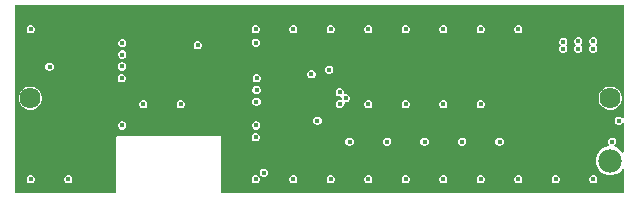
<source format=gbr>
%TF.GenerationSoftware,Altium Limited,Altium Designer,23.6.0 (18)*%
G04 Layer_Physical_Order=5*
G04 Layer_Color=16737945*
%FSLAX45Y45*%
%MOMM*%
%TF.SameCoordinates,DE65B9CC-D9CF-42CD-B8C9-10693606ABAB*%
%TF.FilePolarity,Positive*%
%TF.FileFunction,Copper,L5,Inr,Signal*%
%TF.Part,Single*%
G01*
G75*
%TA.AperFunction,ComponentPad*%
%ADD24C,1.78500*%
%ADD25C,1.98000*%
%TA.AperFunction,ViaPad*%
%ADD26C,0.45000*%
G36*
X7879009Y3056393D02*
X7866309Y3053867D01*
X7865741Y3055239D01*
X7855839Y3065141D01*
X7842902Y3070500D01*
X7828898D01*
X7815961Y3065141D01*
X7806059Y3055239D01*
X7800700Y3042302D01*
Y3028298D01*
X7806059Y3015361D01*
X7815961Y3005459D01*
X7828898Y3000100D01*
X7842902D01*
X7855839Y3005459D01*
X7865741Y3015361D01*
X7866309Y3016733D01*
X7879009Y3014207D01*
Y2768440D01*
X7866742Y2765153D01*
X7862825Y2771938D01*
X7839738Y2795025D01*
X7811462Y2811350D01*
X7799949Y2814435D01*
X7798689Y2827659D01*
X7808591Y2837561D01*
X7813950Y2850498D01*
Y2864502D01*
X7808591Y2877439D01*
X7798689Y2887341D01*
X7785752Y2892700D01*
X7771748D01*
X7758811Y2887341D01*
X7748909Y2877439D01*
X7743550Y2864502D01*
Y2850498D01*
X7748909Y2837561D01*
X7753970Y2832500D01*
X7748709Y2819800D01*
X7747275D01*
X7715738Y2811350D01*
X7687462Y2795025D01*
X7664375Y2771938D01*
X7648050Y2743662D01*
X7639600Y2712125D01*
Y2679475D01*
X7648050Y2647938D01*
X7664375Y2619662D01*
X7687462Y2596575D01*
X7715738Y2580250D01*
X7747275Y2571800D01*
X7779925D01*
X7811462Y2580250D01*
X7839738Y2596575D01*
X7862825Y2619662D01*
X7866742Y2626447D01*
X7879009Y2623160D01*
Y2420691D01*
X4465900D01*
Y2905000D01*
X3585900D01*
X3581400Y2900500D01*
Y2420691D01*
X2725491D01*
Y4018209D01*
X7879009D01*
Y3056393D01*
D02*
G37*
%LPC*%
G36*
X6992002Y3845200D02*
X6977998D01*
X6965061Y3839841D01*
X6955159Y3829939D01*
X6949800Y3817002D01*
Y3802998D01*
X6955159Y3790061D01*
X6965061Y3780159D01*
X6977998Y3774800D01*
X6992002D01*
X7004939Y3780159D01*
X7014841Y3790061D01*
X7020200Y3802998D01*
Y3817002D01*
X7014841Y3829939D01*
X7004939Y3839841D01*
X6992002Y3845200D01*
D02*
G37*
G36*
X6674502D02*
X6660498D01*
X6647561Y3839841D01*
X6637659Y3829939D01*
X6632300Y3817002D01*
Y3802998D01*
X6637659Y3790061D01*
X6647561Y3780159D01*
X6660498Y3774800D01*
X6674502D01*
X6687439Y3780159D01*
X6697341Y3790061D01*
X6702700Y3802998D01*
Y3817002D01*
X6697341Y3829939D01*
X6687439Y3839841D01*
X6674502Y3845200D01*
D02*
G37*
G36*
X6357002D02*
X6342998D01*
X6330061Y3839841D01*
X6320159Y3829939D01*
X6314800Y3817002D01*
Y3802998D01*
X6320159Y3790061D01*
X6330061Y3780159D01*
X6342998Y3774800D01*
X6357002D01*
X6369939Y3780159D01*
X6379841Y3790061D01*
X6385200Y3802998D01*
Y3817002D01*
X6379841Y3829939D01*
X6369939Y3839841D01*
X6357002Y3845200D01*
D02*
G37*
G36*
X6039502D02*
X6025498D01*
X6012561Y3839841D01*
X6002659Y3829939D01*
X5997300Y3817002D01*
Y3802998D01*
X6002659Y3790061D01*
X6012561Y3780159D01*
X6025498Y3774800D01*
X6039502D01*
X6052439Y3780159D01*
X6062341Y3790061D01*
X6067700Y3802998D01*
Y3817002D01*
X6062341Y3829939D01*
X6052439Y3839841D01*
X6039502Y3845200D01*
D02*
G37*
G36*
X5722002D02*
X5707998D01*
X5695061Y3839841D01*
X5685159Y3829939D01*
X5679800Y3817002D01*
Y3802998D01*
X5685159Y3790061D01*
X5695061Y3780159D01*
X5707998Y3774800D01*
X5722002D01*
X5734939Y3780159D01*
X5744841Y3790061D01*
X5750200Y3802998D01*
Y3817002D01*
X5744841Y3829939D01*
X5734939Y3839841D01*
X5722002Y3845200D01*
D02*
G37*
G36*
X5404502D02*
X5390498D01*
X5377561Y3839841D01*
X5367659Y3829939D01*
X5362300Y3817002D01*
Y3802998D01*
X5367659Y3790061D01*
X5377561Y3780159D01*
X5390498Y3774800D01*
X5404502D01*
X5417439Y3780159D01*
X5427341Y3790061D01*
X5432700Y3802998D01*
Y3817002D01*
X5427341Y3829939D01*
X5417439Y3839841D01*
X5404502Y3845200D01*
D02*
G37*
G36*
X5087002D02*
X5072998D01*
X5060061Y3839841D01*
X5050159Y3829939D01*
X5044800Y3817002D01*
Y3802998D01*
X5050159Y3790061D01*
X5060061Y3780159D01*
X5072998Y3774800D01*
X5087002D01*
X5099939Y3780159D01*
X5109841Y3790061D01*
X5115200Y3802998D01*
Y3817002D01*
X5109841Y3829939D01*
X5099939Y3839841D01*
X5087002Y3845200D01*
D02*
G37*
G36*
X4769502D02*
X4755498D01*
X4742561Y3839841D01*
X4732659Y3829939D01*
X4727300Y3817002D01*
Y3802998D01*
X4732659Y3790061D01*
X4742561Y3780159D01*
X4755498Y3774800D01*
X4769502D01*
X4782439Y3780159D01*
X4792341Y3790061D01*
X4797700Y3802998D01*
Y3817002D01*
X4792341Y3829939D01*
X4782439Y3839841D01*
X4769502Y3845200D01*
D02*
G37*
G36*
X2864502D02*
X2850498D01*
X2837561Y3839841D01*
X2827659Y3829939D01*
X2822300Y3817002D01*
Y3802998D01*
X2827659Y3790061D01*
X2837561Y3780159D01*
X2850498Y3774800D01*
X2864502D01*
X2877439Y3780159D01*
X2887341Y3790061D01*
X2892700Y3802998D01*
Y3817002D01*
X2887341Y3829939D01*
X2877439Y3839841D01*
X2864502Y3845200D01*
D02*
G37*
G36*
X4770202Y3730200D02*
X4756198D01*
X4743261Y3724841D01*
X4733359Y3714939D01*
X4728000Y3702002D01*
Y3687998D01*
X4733359Y3675061D01*
X4743261Y3665159D01*
X4756198Y3659800D01*
X4770202D01*
X4783139Y3665159D01*
X4793041Y3675061D01*
X4798400Y3687998D01*
Y3702002D01*
X4793041Y3714939D01*
X4783139Y3724841D01*
X4770202Y3730200D01*
D02*
G37*
G36*
X3638906Y3727902D02*
X3624902D01*
X3611965Y3722543D01*
X3602063Y3712641D01*
X3596704Y3699704D01*
Y3685700D01*
X3602063Y3672763D01*
X3611965Y3662861D01*
X3624902Y3657502D01*
X3638906D01*
X3651843Y3662861D01*
X3661745Y3672763D01*
X3667104Y3685700D01*
Y3699704D01*
X3661745Y3712641D01*
X3651843Y3722543D01*
X3638906Y3727902D01*
D02*
G37*
G36*
X4278202Y3709500D02*
X4264198D01*
X4251261Y3704141D01*
X4241359Y3694239D01*
X4236000Y3681302D01*
Y3667298D01*
X4241359Y3654361D01*
X4251261Y3644459D01*
X4264198Y3639100D01*
X4278202D01*
X4291139Y3644459D01*
X4301041Y3654361D01*
X4306400Y3667298D01*
Y3681302D01*
X4301041Y3694239D01*
X4291139Y3704141D01*
X4278202Y3709500D01*
D02*
G37*
G36*
X7627002Y3743600D02*
X7612998D01*
X7600061Y3738241D01*
X7590159Y3728339D01*
X7584800Y3715402D01*
Y3701398D01*
X7590159Y3688461D01*
X7593673Y3684947D01*
X7598866Y3676650D01*
X7593673Y3668353D01*
X7590159Y3664839D01*
X7584800Y3651902D01*
Y3637898D01*
X7590159Y3624961D01*
X7600061Y3615059D01*
X7612998Y3609700D01*
X7627002D01*
X7639939Y3615059D01*
X7649841Y3624961D01*
X7655200Y3637898D01*
Y3651902D01*
X7649841Y3664839D01*
X7646327Y3668353D01*
X7641134Y3676650D01*
X7646327Y3684947D01*
X7649841Y3688461D01*
X7655200Y3701398D01*
Y3715402D01*
X7649841Y3728339D01*
X7639939Y3738241D01*
X7627002Y3743600D01*
D02*
G37*
G36*
X7500002D02*
X7485998D01*
X7473061Y3738241D01*
X7463159Y3728339D01*
X7457800Y3715402D01*
Y3701398D01*
X7463159Y3688461D01*
X7466673Y3684947D01*
X7471866Y3676650D01*
X7466673Y3668353D01*
X7463159Y3664839D01*
X7457800Y3651902D01*
Y3637898D01*
X7463159Y3624961D01*
X7473061Y3615059D01*
X7485998Y3609700D01*
X7500002D01*
X7512939Y3615059D01*
X7522841Y3624961D01*
X7528200Y3637898D01*
Y3651902D01*
X7522841Y3664839D01*
X7519327Y3668353D01*
X7514134Y3676650D01*
X7519327Y3684947D01*
X7522841Y3688461D01*
X7528200Y3701398D01*
Y3715402D01*
X7522841Y3728339D01*
X7512939Y3738241D01*
X7500002Y3743600D01*
D02*
G37*
G36*
X7373002Y3737800D02*
X7358998D01*
X7346061Y3732441D01*
X7336159Y3722539D01*
X7330800Y3709602D01*
Y3695598D01*
X7336159Y3682661D01*
X7345070Y3673750D01*
X7336159Y3664839D01*
X7330800Y3651902D01*
Y3637898D01*
X7336159Y3624961D01*
X7346061Y3615059D01*
X7358998Y3609700D01*
X7373002D01*
X7385939Y3615059D01*
X7395841Y3624961D01*
X7401200Y3637898D01*
Y3651902D01*
X7395841Y3664839D01*
X7386930Y3673750D01*
X7395841Y3682661D01*
X7401200Y3695598D01*
Y3709602D01*
X7395841Y3722539D01*
X7385939Y3732441D01*
X7373002Y3737800D01*
D02*
G37*
G36*
X3638302Y3630200D02*
X3624298D01*
X3611361Y3624841D01*
X3601459Y3614939D01*
X3596100Y3602002D01*
Y3587998D01*
X3601459Y3575061D01*
X3611361Y3565159D01*
X3624298Y3559800D01*
X3638302D01*
X3651239Y3565159D01*
X3661141Y3575061D01*
X3666500Y3587998D01*
Y3602002D01*
X3661141Y3614939D01*
X3651239Y3624841D01*
X3638302Y3630200D01*
D02*
G37*
G36*
X3636702Y3530200D02*
X3622698D01*
X3609761Y3524841D01*
X3599859Y3514939D01*
X3594500Y3502002D01*
Y3487998D01*
X3599859Y3475061D01*
X3609761Y3465159D01*
X3622698Y3459800D01*
X3636702D01*
X3649639Y3465159D01*
X3659541Y3475061D01*
X3664900Y3487998D01*
Y3502002D01*
X3659541Y3514939D01*
X3649639Y3524841D01*
X3636702Y3530200D01*
D02*
G37*
G36*
X3023252Y3527700D02*
X3009248D01*
X2996311Y3522341D01*
X2986409Y3512439D01*
X2981050Y3499502D01*
Y3485498D01*
X2986409Y3472561D01*
X2996311Y3462659D01*
X3009248Y3457300D01*
X3023252D01*
X3036189Y3462659D01*
X3046091Y3472561D01*
X3051450Y3485498D01*
Y3499502D01*
X3046091Y3512439D01*
X3036189Y3522341D01*
X3023252Y3527700D01*
D02*
G37*
G36*
X5391802Y3502300D02*
X5377798D01*
X5364861Y3496941D01*
X5354959Y3487039D01*
X5349600Y3474102D01*
Y3460098D01*
X5354959Y3447161D01*
X5364861Y3437259D01*
X5377798Y3431900D01*
X5391802D01*
X5404739Y3437259D01*
X5414641Y3447161D01*
X5420000Y3460098D01*
Y3474102D01*
X5414641Y3487039D01*
X5404739Y3496941D01*
X5391802Y3502300D01*
D02*
G37*
G36*
X5240602Y3463000D02*
X5226598D01*
X5213661Y3457641D01*
X5203759Y3447739D01*
X5198400Y3434802D01*
Y3420798D01*
X5203759Y3407861D01*
X5213661Y3397959D01*
X5226598Y3392600D01*
X5240602D01*
X5253539Y3397959D01*
X5263441Y3407861D01*
X5268800Y3420798D01*
Y3434802D01*
X5263441Y3447739D01*
X5253539Y3457641D01*
X5240602Y3463000D01*
D02*
G37*
G36*
X4778102Y3430200D02*
X4764098D01*
X4751161Y3424841D01*
X4741259Y3414939D01*
X4735900Y3402002D01*
Y3387998D01*
X4741259Y3375061D01*
X4751161Y3365159D01*
X4764098Y3359800D01*
X4778102D01*
X4791039Y3365159D01*
X4800941Y3375061D01*
X4806300Y3387998D01*
Y3402002D01*
X4800941Y3414939D01*
X4791039Y3424841D01*
X4778102Y3430200D01*
D02*
G37*
G36*
X3635102D02*
X3621098D01*
X3608161Y3424841D01*
X3598259Y3414939D01*
X3592900Y3402002D01*
Y3387998D01*
X3598259Y3375061D01*
X3608161Y3365159D01*
X3621098Y3359800D01*
X3635102D01*
X3648039Y3365159D01*
X3657941Y3375061D01*
X3663300Y3387998D01*
Y3402002D01*
X3657941Y3414939D01*
X3648039Y3424841D01*
X3635102Y3430200D01*
D02*
G37*
G36*
X4776502Y3330200D02*
X4762498D01*
X4749561Y3324841D01*
X4739659Y3314939D01*
X4734300Y3302002D01*
Y3287998D01*
X4739659Y3275061D01*
X4749561Y3265159D01*
X4762498Y3259800D01*
X4776502D01*
X4789439Y3265159D01*
X4799341Y3275061D01*
X4804700Y3287998D01*
Y3302002D01*
X4799341Y3314939D01*
X4789439Y3324841D01*
X4776502Y3330200D01*
D02*
G37*
G36*
X4774902Y3230200D02*
X4760898D01*
X4747961Y3224841D01*
X4738059Y3214939D01*
X4732700Y3202002D01*
Y3187998D01*
X4738059Y3175061D01*
X4747961Y3165159D01*
X4760898Y3159800D01*
X4774902D01*
X4787839Y3165159D01*
X4797741Y3175061D01*
X4803100Y3187998D01*
Y3202002D01*
X4797741Y3214939D01*
X4787839Y3224841D01*
X4774902Y3230200D01*
D02*
G37*
G36*
X5479902Y3311000D02*
X5465898D01*
X5452961Y3305641D01*
X5443059Y3295739D01*
X5437700Y3282802D01*
Y3268798D01*
X5443059Y3255861D01*
X5452961Y3245959D01*
X5465898Y3240600D01*
X5478784D01*
X5482603Y3237768D01*
X5489300Y3230747D01*
Y3220853D01*
X5482603Y3213832D01*
X5478784Y3211000D01*
X5465898D01*
X5452961Y3205641D01*
X5443059Y3195739D01*
X5437700Y3182802D01*
Y3168798D01*
X5443059Y3155861D01*
X5452961Y3145959D01*
X5465898Y3140600D01*
X5479902D01*
X5492839Y3145959D01*
X5502741Y3155861D01*
X5508100Y3168798D01*
Y3180747D01*
X5514797Y3187768D01*
X5518616Y3190600D01*
X5531502D01*
X5544439Y3195959D01*
X5554341Y3205861D01*
X5559700Y3218798D01*
Y3232802D01*
X5554341Y3245739D01*
X5544439Y3255641D01*
X5531502Y3261000D01*
X5518616D01*
X5514797Y3263832D01*
X5508100Y3270853D01*
Y3282802D01*
X5502741Y3295739D01*
X5492839Y3305641D01*
X5479902Y3311000D01*
D02*
G37*
G36*
X6674502Y3210200D02*
X6660498D01*
X6647561Y3204841D01*
X6637659Y3194939D01*
X6632300Y3182002D01*
Y3167998D01*
X6637659Y3155061D01*
X6647561Y3145159D01*
X6660498Y3139800D01*
X6674502D01*
X6687439Y3145159D01*
X6697341Y3155061D01*
X6702700Y3167998D01*
Y3182002D01*
X6697341Y3194939D01*
X6687439Y3204841D01*
X6674502Y3210200D01*
D02*
G37*
G36*
X6357002D02*
X6342998D01*
X6330061Y3204841D01*
X6320159Y3194939D01*
X6314800Y3182002D01*
Y3167998D01*
X6320159Y3155061D01*
X6330061Y3145159D01*
X6342998Y3139800D01*
X6357002D01*
X6369939Y3145159D01*
X6379841Y3155061D01*
X6385200Y3167998D01*
Y3182002D01*
X6379841Y3194939D01*
X6369939Y3204841D01*
X6357002Y3210200D01*
D02*
G37*
G36*
X6039502D02*
X6025498D01*
X6012561Y3204841D01*
X6002659Y3194939D01*
X5997300Y3182002D01*
Y3167998D01*
X6002659Y3155061D01*
X6012561Y3145159D01*
X6025498Y3139800D01*
X6039502D01*
X6052439Y3145159D01*
X6062341Y3155061D01*
X6067700Y3167998D01*
Y3182002D01*
X6062341Y3194939D01*
X6052439Y3204841D01*
X6039502Y3210200D01*
D02*
G37*
G36*
X5722002D02*
X5707998D01*
X5695061Y3204841D01*
X5685159Y3194939D01*
X5679800Y3182002D01*
Y3167998D01*
X5685159Y3155061D01*
X5695061Y3145159D01*
X5707998Y3139800D01*
X5722002D01*
X5734939Y3145159D01*
X5744841Y3155061D01*
X5750200Y3167998D01*
Y3182002D01*
X5744841Y3194939D01*
X5734939Y3204841D01*
X5722002Y3210200D01*
D02*
G37*
G36*
X4134502D02*
X4120498D01*
X4107561Y3204841D01*
X4097659Y3194939D01*
X4092300Y3182002D01*
Y3167998D01*
X4097659Y3155061D01*
X4107561Y3145159D01*
X4120498Y3139800D01*
X4134502D01*
X4147439Y3145159D01*
X4157341Y3155061D01*
X4162700Y3167998D01*
Y3182002D01*
X4157341Y3194939D01*
X4147439Y3204841D01*
X4134502Y3210200D01*
D02*
G37*
G36*
X3817002D02*
X3802998D01*
X3790061Y3204841D01*
X3780159Y3194939D01*
X3774800Y3182002D01*
Y3167998D01*
X3780159Y3155061D01*
X3790061Y3145159D01*
X3802998Y3139800D01*
X3817002D01*
X3829939Y3145159D01*
X3839841Y3155061D01*
X3845200Y3167998D01*
Y3182002D01*
X3839841Y3194939D01*
X3829939Y3204841D01*
X3817002Y3210200D01*
D02*
G37*
G36*
X7776520Y3323940D02*
X7750679D01*
X7725719Y3317252D01*
X7703340Y3304331D01*
X7685068Y3286059D01*
X7672148Y3263681D01*
X7665460Y3238720D01*
Y3212880D01*
X7672148Y3187919D01*
X7685068Y3165541D01*
X7703340Y3147269D01*
X7725719Y3134348D01*
X7750679Y3127660D01*
X7776520D01*
X7801480Y3134348D01*
X7823859Y3147269D01*
X7842131Y3165541D01*
X7855052Y3187919D01*
X7861740Y3212880D01*
Y3238720D01*
X7855052Y3263681D01*
X7842131Y3286059D01*
X7823859Y3304331D01*
X7801480Y3317252D01*
X7776520Y3323940D01*
D02*
G37*
G36*
X2866521D02*
X2840680D01*
X2815720Y3317252D01*
X2793341Y3304331D01*
X2775069Y3286059D01*
X2762148Y3263681D01*
X2755460Y3238720D01*
Y3212880D01*
X2762148Y3187919D01*
X2775069Y3165541D01*
X2793341Y3147269D01*
X2815720Y3134348D01*
X2840680Y3127660D01*
X2866521D01*
X2891481Y3134348D01*
X2913860Y3147269D01*
X2932132Y3165541D01*
X2945052Y3187919D01*
X2951740Y3212880D01*
Y3238720D01*
X2945052Y3263681D01*
X2932132Y3286059D01*
X2913860Y3304331D01*
X2891481Y3317252D01*
X2866521Y3323940D01*
D02*
G37*
G36*
X5290602Y3070100D02*
X5276598D01*
X5263661Y3064741D01*
X5253759Y3054839D01*
X5248400Y3041902D01*
Y3027898D01*
X5253759Y3014961D01*
X5263661Y3005059D01*
X5276598Y2999700D01*
X5290602D01*
X5303539Y3005059D01*
X5313441Y3014961D01*
X5318800Y3027898D01*
Y3041902D01*
X5313441Y3054839D01*
X5303539Y3064741D01*
X5290602Y3070100D01*
D02*
G37*
G36*
X4771702Y3030200D02*
X4757698D01*
X4744761Y3024841D01*
X4734859Y3014939D01*
X4729500Y3002002D01*
Y2987998D01*
X4734859Y2975061D01*
X4744761Y2965159D01*
X4757698Y2959800D01*
X4771702D01*
X4784639Y2965159D01*
X4794541Y2975061D01*
X4799900Y2987998D01*
Y3002002D01*
X4794541Y3014939D01*
X4784639Y3024841D01*
X4771702Y3030200D01*
D02*
G37*
G36*
X3637002D02*
X3622998D01*
X3610061Y3024841D01*
X3600159Y3014939D01*
X3594800Y3002002D01*
Y2987998D01*
X3600159Y2975061D01*
X3610061Y2965159D01*
X3622998Y2959800D01*
X3637002D01*
X3649939Y2965159D01*
X3659841Y2975061D01*
X3665200Y2987998D01*
Y3002002D01*
X3659841Y3014939D01*
X3649939Y3024841D01*
X3637002Y3030200D01*
D02*
G37*
G36*
X4769502Y2930800D02*
X4755498D01*
X4742561Y2925441D01*
X4732659Y2915539D01*
X4727300Y2902602D01*
Y2888598D01*
X4732659Y2875661D01*
X4742561Y2865759D01*
X4755498Y2860400D01*
X4769502D01*
X4782439Y2865759D01*
X4792341Y2875661D01*
X4797700Y2888598D01*
Y2902602D01*
X4792341Y2915539D01*
X4782439Y2925441D01*
X4769502Y2930800D01*
D02*
G37*
G36*
X6833252Y2892700D02*
X6819248D01*
X6806311Y2887341D01*
X6796409Y2877439D01*
X6791050Y2864502D01*
Y2850498D01*
X6796409Y2837561D01*
X6806311Y2827659D01*
X6819248Y2822300D01*
X6833252D01*
X6846189Y2827659D01*
X6856091Y2837561D01*
X6861450Y2850498D01*
Y2864502D01*
X6856091Y2877439D01*
X6846189Y2887341D01*
X6833252Y2892700D01*
D02*
G37*
G36*
X6515752D02*
X6501748D01*
X6488811Y2887341D01*
X6478909Y2877439D01*
X6473550Y2864502D01*
Y2850498D01*
X6478909Y2837561D01*
X6488811Y2827659D01*
X6501748Y2822300D01*
X6515752D01*
X6528689Y2827659D01*
X6538591Y2837561D01*
X6543950Y2850498D01*
Y2864502D01*
X6538591Y2877439D01*
X6528689Y2887341D01*
X6515752Y2892700D01*
D02*
G37*
G36*
X6198252D02*
X6184248D01*
X6171311Y2887341D01*
X6161409Y2877439D01*
X6156050Y2864502D01*
Y2850498D01*
X6161409Y2837561D01*
X6171311Y2827659D01*
X6184248Y2822300D01*
X6198252D01*
X6211189Y2827659D01*
X6221091Y2837561D01*
X6226450Y2850498D01*
Y2864502D01*
X6221091Y2877439D01*
X6211189Y2887341D01*
X6198252Y2892700D01*
D02*
G37*
G36*
X5880752D02*
X5866748D01*
X5853811Y2887341D01*
X5843909Y2877439D01*
X5838550Y2864502D01*
Y2850498D01*
X5843909Y2837561D01*
X5853811Y2827659D01*
X5866748Y2822300D01*
X5880752D01*
X5893689Y2827659D01*
X5903591Y2837561D01*
X5908950Y2850498D01*
Y2864502D01*
X5903591Y2877439D01*
X5893689Y2887341D01*
X5880752Y2892700D01*
D02*
G37*
G36*
X5563252D02*
X5549248D01*
X5536311Y2887341D01*
X5526409Y2877439D01*
X5521050Y2864502D01*
Y2850498D01*
X5526409Y2837561D01*
X5536311Y2827659D01*
X5549248Y2822300D01*
X5563252D01*
X5576189Y2827659D01*
X5586091Y2837561D01*
X5591450Y2850498D01*
Y2864502D01*
X5586091Y2877439D01*
X5576189Y2887341D01*
X5563252Y2892700D01*
D02*
G37*
G36*
X4837202Y2630200D02*
X4823198D01*
X4810261Y2624841D01*
X4800359Y2614939D01*
X4795000Y2602002D01*
Y2587998D01*
X4800359Y2575061D01*
X4810261Y2565159D01*
X4823198Y2559800D01*
X4837202D01*
X4850139Y2565159D01*
X4860041Y2575061D01*
X4865400Y2587998D01*
Y2602002D01*
X4860041Y2614939D01*
X4850139Y2624841D01*
X4837202Y2630200D01*
D02*
G37*
G36*
X7627002Y2575200D02*
X7612998D01*
X7600061Y2569841D01*
X7590159Y2559939D01*
X7584800Y2547002D01*
Y2532998D01*
X7590159Y2520061D01*
X7600061Y2510159D01*
X7612998Y2504800D01*
X7627002D01*
X7639939Y2510159D01*
X7649841Y2520061D01*
X7655200Y2532998D01*
Y2547002D01*
X7649841Y2559939D01*
X7639939Y2569841D01*
X7627002Y2575200D01*
D02*
G37*
G36*
X7309502D02*
X7295498D01*
X7282561Y2569841D01*
X7272659Y2559939D01*
X7267300Y2547002D01*
Y2532998D01*
X7272659Y2520061D01*
X7282561Y2510159D01*
X7295498Y2504800D01*
X7309502D01*
X7322439Y2510159D01*
X7332341Y2520061D01*
X7337700Y2532998D01*
Y2547002D01*
X7332341Y2559939D01*
X7322439Y2569841D01*
X7309502Y2575200D01*
D02*
G37*
G36*
X6992002D02*
X6977998D01*
X6965061Y2569841D01*
X6955159Y2559939D01*
X6949800Y2547002D01*
Y2532998D01*
X6955159Y2520061D01*
X6965061Y2510159D01*
X6977998Y2504800D01*
X6992002D01*
X7004939Y2510159D01*
X7014841Y2520061D01*
X7020200Y2532998D01*
Y2547002D01*
X7014841Y2559939D01*
X7004939Y2569841D01*
X6992002Y2575200D01*
D02*
G37*
G36*
X6674502D02*
X6660498D01*
X6647561Y2569841D01*
X6637659Y2559939D01*
X6632300Y2547002D01*
Y2532998D01*
X6637659Y2520061D01*
X6647561Y2510159D01*
X6660498Y2504800D01*
X6674502D01*
X6687439Y2510159D01*
X6697341Y2520061D01*
X6702700Y2532998D01*
Y2547002D01*
X6697341Y2559939D01*
X6687439Y2569841D01*
X6674502Y2575200D01*
D02*
G37*
G36*
X6357002D02*
X6342998D01*
X6330061Y2569841D01*
X6320159Y2559939D01*
X6314800Y2547002D01*
Y2532998D01*
X6320159Y2520061D01*
X6330061Y2510159D01*
X6342998Y2504800D01*
X6357002D01*
X6369939Y2510159D01*
X6379841Y2520061D01*
X6385200Y2532998D01*
Y2547002D01*
X6379841Y2559939D01*
X6369939Y2569841D01*
X6357002Y2575200D01*
D02*
G37*
G36*
X6039502D02*
X6025498D01*
X6012561Y2569841D01*
X6002659Y2559939D01*
X5997300Y2547002D01*
Y2532998D01*
X6002659Y2520061D01*
X6012561Y2510159D01*
X6025498Y2504800D01*
X6039502D01*
X6052439Y2510159D01*
X6062341Y2520061D01*
X6067700Y2532998D01*
Y2547002D01*
X6062341Y2559939D01*
X6052439Y2569841D01*
X6039502Y2575200D01*
D02*
G37*
G36*
X5722002D02*
X5707998D01*
X5695061Y2569841D01*
X5685159Y2559939D01*
X5679800Y2547002D01*
Y2532998D01*
X5685159Y2520061D01*
X5695061Y2510159D01*
X5707998Y2504800D01*
X5722002D01*
X5734939Y2510159D01*
X5744841Y2520061D01*
X5750200Y2532998D01*
Y2547002D01*
X5744841Y2559939D01*
X5734939Y2569841D01*
X5722002Y2575200D01*
D02*
G37*
G36*
X5404502D02*
X5390498D01*
X5377561Y2569841D01*
X5367659Y2559939D01*
X5362300Y2547002D01*
Y2532998D01*
X5367659Y2520061D01*
X5377561Y2510159D01*
X5390498Y2504800D01*
X5404502D01*
X5417439Y2510159D01*
X5427341Y2520061D01*
X5432700Y2532998D01*
Y2547002D01*
X5427341Y2559939D01*
X5417439Y2569841D01*
X5404502Y2575200D01*
D02*
G37*
G36*
X5087002D02*
X5072998D01*
X5060061Y2569841D01*
X5050159Y2559939D01*
X5044800Y2547002D01*
Y2532998D01*
X5050159Y2520061D01*
X5060061Y2510159D01*
X5072998Y2504800D01*
X5087002D01*
X5099939Y2510159D01*
X5109841Y2520061D01*
X5115200Y2532998D01*
Y2547002D01*
X5109841Y2559939D01*
X5099939Y2569841D01*
X5087002Y2575200D01*
D02*
G37*
G36*
X4769502D02*
X4755498D01*
X4742561Y2569841D01*
X4732659Y2559939D01*
X4727300Y2547002D01*
Y2532998D01*
X4732659Y2520061D01*
X4742561Y2510159D01*
X4755498Y2504800D01*
X4769502D01*
X4782439Y2510159D01*
X4792341Y2520061D01*
X4797700Y2532998D01*
Y2547002D01*
X4792341Y2559939D01*
X4782439Y2569841D01*
X4769502Y2575200D01*
D02*
G37*
G36*
X3182002D02*
X3167998D01*
X3155061Y2569841D01*
X3145159Y2559939D01*
X3139800Y2547002D01*
Y2532998D01*
X3145159Y2520061D01*
X3155061Y2510159D01*
X3167998Y2504800D01*
X3182002D01*
X3194939Y2510159D01*
X3204841Y2520061D01*
X3210200Y2532998D01*
Y2547002D01*
X3204841Y2559939D01*
X3194939Y2569841D01*
X3182002Y2575200D01*
D02*
G37*
G36*
X2864502D02*
X2850498D01*
X2837561Y2569841D01*
X2827659Y2559939D01*
X2822300Y2547002D01*
Y2532998D01*
X2827659Y2520061D01*
X2837561Y2510159D01*
X2850498Y2504800D01*
X2864502D01*
X2877439Y2510159D01*
X2887341Y2520061D01*
X2892700Y2532998D01*
Y2547002D01*
X2887341Y2559939D01*
X2877439Y2569841D01*
X2864502Y2575200D01*
D02*
G37*
%LPD*%
D24*
X7763600Y3225800D02*
D03*
X2853600D02*
D03*
D25*
X7763600Y2695800D02*
D03*
D26*
X7778750Y2857500D02*
D03*
X7620000Y2540000D02*
D03*
X7302500D02*
D03*
X6985000Y3810000D02*
D03*
Y2540000D02*
D03*
X6667500Y3810000D02*
D03*
Y3175000D02*
D03*
X6826250Y2857500D02*
D03*
X6667500Y2540000D02*
D03*
X6350000Y3810000D02*
D03*
Y3175000D02*
D03*
X6508750Y2857500D02*
D03*
X6350000Y2540000D02*
D03*
X6032500Y3810000D02*
D03*
Y3175000D02*
D03*
X6191250Y2857500D02*
D03*
X6032500Y2540000D02*
D03*
X5715000Y3810000D02*
D03*
Y3175000D02*
D03*
X5873750Y2857500D02*
D03*
X5715000Y2540000D02*
D03*
X5397500Y3810000D02*
D03*
X5556250Y2857500D02*
D03*
X5397500Y2540000D02*
D03*
X5080000Y3810000D02*
D03*
Y2540000D02*
D03*
X4762500Y3810000D02*
D03*
Y2540000D02*
D03*
X4127500Y3175000D02*
D03*
X3810000D02*
D03*
X3175000Y2540000D02*
D03*
X2857500Y3810000D02*
D03*
X3016250Y3492500D02*
D03*
X2857500Y2540000D02*
D03*
X7162800Y3048000D02*
D03*
X7100556Y3048907D02*
D03*
X7035800Y3048000D02*
D03*
X7188200Y3098800D02*
D03*
X7124700D02*
D03*
X7061200D02*
D03*
X6997700D02*
D03*
X4546600Y3911600D02*
D03*
X5054600Y3352800D02*
D03*
X5308600Y2946400D02*
D03*
X5283600Y3034900D02*
D03*
X7835900Y3035300D02*
D03*
X4830200Y2595000D02*
D03*
X7620000Y3644900D02*
D03*
Y3708400D02*
D03*
X3630000Y2995000D02*
D03*
X5384800Y3467100D02*
D03*
X7366000Y3644900D02*
D03*
X5472900Y3275800D02*
D03*
Y3175800D02*
D03*
X4762500Y2895600D02*
D03*
X4767900Y3195000D02*
D03*
X4763200Y3695000D02*
D03*
X4271200Y3674300D02*
D03*
X7747000Y3708400D02*
D03*
X7493000D02*
D03*
Y3644900D02*
D03*
X7366000Y3702600D02*
D03*
X4764700Y2995000D02*
D03*
X4771100Y3395000D02*
D03*
X4769500Y3295000D02*
D03*
X5233600Y3427800D02*
D03*
X5524500Y3225800D02*
D03*
X3631904Y3692702D02*
D03*
X3628100Y3395000D02*
D03*
X3629700Y3495000D02*
D03*
X3631300Y3595000D02*
D03*
%TF.MD5,ffda5cc6731d2fbfae822a1ef2dbf6c2*%
M02*

</source>
